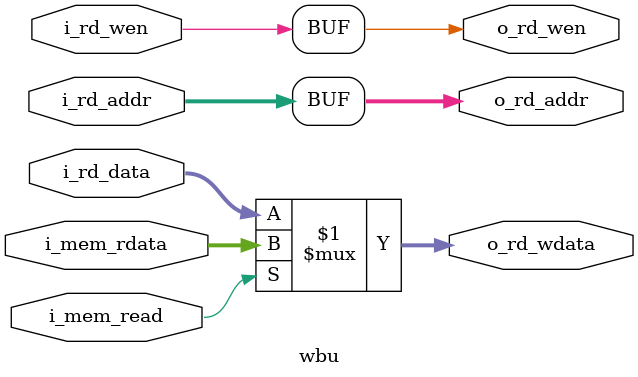
<source format=v>

`include "defines.v"

module wbu(
    // wb
    input  [63:0] i_rd_data,
    input  [4:0]  i_rd_addr,
    input  [63:0] i_mem_rdata,

    // wb control
    input         i_rd_wen,
    input         i_mem_read,

    // reg_file
    output        o_rd_wen,
    output [4:0]  o_rd_addr,
    output [63:0] o_rd_wdata
);

assign o_rd_wen   = i_rd_wen;

assign o_rd_addr  = i_rd_addr;

assign o_rd_wdata = i_mem_read ? i_mem_rdata : i_rd_data;



endmodule // wbu
</source>
